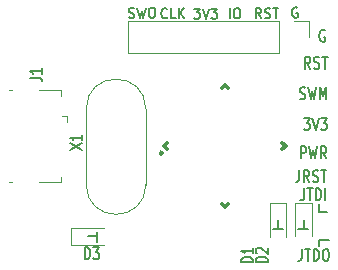
<source format=gto>
%TF.GenerationSoftware,KiCad,Pcbnew,4.0.7*%
%TF.CreationDate,2017-11-19T11:54:36+08:00*%
%TF.ProjectId,ST-Link V2.1,53542D4C696E6B2056322E312E6B6963,rev?*%
%TF.FileFunction,Legend,Top*%
%FSLAX46Y46*%
G04 Gerber Fmt 4.6, Leading zero omitted, Abs format (unit mm)*
G04 Created by KiCad (PCBNEW 4.0.7) date 11/19/17 11:54:36*
%MOMM*%
%LPD*%
G01*
G04 APERTURE LIST*
%ADD10C,0.100000*%
%ADD11C,0.200000*%
%ADD12C,0.120000*%
%ADD13C,0.150000*%
%ADD14C,0.300000*%
G04 APERTURE END LIST*
D10*
D11*
X145700000Y-115000000D02*
X146400000Y-115000000D01*
X145700000Y-114300000D02*
X145700000Y-115000000D01*
X145700000Y-117400000D02*
X146500000Y-117400000D01*
X145700000Y-117900000D02*
X145700000Y-117400000D01*
X132823810Y-98528571D02*
X132785715Y-98569048D01*
X132671429Y-98609524D01*
X132595239Y-98609524D01*
X132480953Y-98569048D01*
X132404762Y-98488095D01*
X132366667Y-98407143D01*
X132328572Y-98245238D01*
X132328572Y-98123810D01*
X132366667Y-97961905D01*
X132404762Y-97880952D01*
X132480953Y-97800000D01*
X132595239Y-97759524D01*
X132671429Y-97759524D01*
X132785715Y-97800000D01*
X132823810Y-97840476D01*
X133547620Y-98609524D02*
X133166667Y-98609524D01*
X133166667Y-97759524D01*
X133814286Y-98609524D02*
X133814286Y-97759524D01*
X134271429Y-98609524D02*
X133928572Y-98123810D01*
X134271429Y-97759524D02*
X133814286Y-98245238D01*
X129595238Y-98519048D02*
X129709524Y-98559524D01*
X129900000Y-98559524D01*
X129976190Y-98519048D01*
X130014286Y-98478571D01*
X130052381Y-98397619D01*
X130052381Y-98316667D01*
X130014286Y-98235714D01*
X129976190Y-98195238D01*
X129900000Y-98154762D01*
X129747619Y-98114286D01*
X129671428Y-98073810D01*
X129633333Y-98033333D01*
X129595238Y-97952381D01*
X129595238Y-97871429D01*
X129633333Y-97790476D01*
X129671428Y-97750000D01*
X129747619Y-97709524D01*
X129938095Y-97709524D01*
X130052381Y-97750000D01*
X130319048Y-97709524D02*
X130509524Y-98559524D01*
X130661905Y-97952381D01*
X130814286Y-98559524D01*
X131004762Y-97709524D01*
X131461905Y-97709524D02*
X131614286Y-97709524D01*
X131690477Y-97750000D01*
X131766667Y-97830952D01*
X131804762Y-97992857D01*
X131804762Y-98276190D01*
X131766667Y-98438095D01*
X131690477Y-98519048D01*
X131614286Y-98559524D01*
X131461905Y-98559524D01*
X131385715Y-98519048D01*
X131309524Y-98438095D01*
X131271429Y-98276190D01*
X131271429Y-97992857D01*
X131309524Y-97830952D01*
X131385715Y-97750000D01*
X131461905Y-97709524D01*
X135109524Y-97784524D02*
X135604762Y-97784524D01*
X135338095Y-98108333D01*
X135452381Y-98108333D01*
X135528571Y-98148810D01*
X135566667Y-98189286D01*
X135604762Y-98270238D01*
X135604762Y-98472619D01*
X135566667Y-98553571D01*
X135528571Y-98594048D01*
X135452381Y-98634524D01*
X135223809Y-98634524D01*
X135147619Y-98594048D01*
X135109524Y-98553571D01*
X135833333Y-97784524D02*
X136100000Y-98634524D01*
X136366667Y-97784524D01*
X136557143Y-97784524D02*
X137052381Y-97784524D01*
X136785714Y-98108333D01*
X136900000Y-98108333D01*
X136976190Y-98148810D01*
X137014286Y-98189286D01*
X137052381Y-98270238D01*
X137052381Y-98472619D01*
X137014286Y-98553571D01*
X136976190Y-98594048D01*
X136900000Y-98634524D01*
X136671428Y-98634524D01*
X136595238Y-98594048D01*
X136557143Y-98553571D01*
X138130953Y-98609524D02*
X138130953Y-97759524D01*
X138664286Y-97759524D02*
X138816667Y-97759524D01*
X138892858Y-97800000D01*
X138969048Y-97880952D01*
X139007143Y-98042857D01*
X139007143Y-98326190D01*
X138969048Y-98488095D01*
X138892858Y-98569048D01*
X138816667Y-98609524D01*
X138664286Y-98609524D01*
X138588096Y-98569048D01*
X138511905Y-98488095D01*
X138473810Y-98326190D01*
X138473810Y-98042857D01*
X138511905Y-97880952D01*
X138588096Y-97800000D01*
X138664286Y-97759524D01*
X140786905Y-98584524D02*
X140520238Y-98179762D01*
X140329762Y-98584524D02*
X140329762Y-97734524D01*
X140634524Y-97734524D01*
X140710715Y-97775000D01*
X140748810Y-97815476D01*
X140786905Y-97896429D01*
X140786905Y-98017857D01*
X140748810Y-98098810D01*
X140710715Y-98139286D01*
X140634524Y-98179762D01*
X140329762Y-98179762D01*
X141091667Y-98544048D02*
X141205953Y-98584524D01*
X141396429Y-98584524D01*
X141472619Y-98544048D01*
X141510715Y-98503571D01*
X141548810Y-98422619D01*
X141548810Y-98341667D01*
X141510715Y-98260714D01*
X141472619Y-98220238D01*
X141396429Y-98179762D01*
X141244048Y-98139286D01*
X141167857Y-98098810D01*
X141129762Y-98058333D01*
X141091667Y-97977381D01*
X141091667Y-97896429D01*
X141129762Y-97815476D01*
X141167857Y-97775000D01*
X141244048Y-97734524D01*
X141434524Y-97734524D01*
X141548810Y-97775000D01*
X141777381Y-97734524D02*
X142234524Y-97734524D01*
X142005953Y-98584524D02*
X142005953Y-97734524D01*
X143834524Y-97725000D02*
X143758333Y-97684524D01*
X143644048Y-97684524D01*
X143529762Y-97725000D01*
X143453571Y-97805952D01*
X143415476Y-97886905D01*
X143377381Y-98048810D01*
X143377381Y-98170238D01*
X143415476Y-98332143D01*
X143453571Y-98413095D01*
X143529762Y-98494048D01*
X143644048Y-98534524D01*
X143720238Y-98534524D01*
X143834524Y-98494048D01*
X143872619Y-98453571D01*
X143872619Y-98170238D01*
X143720238Y-98170238D01*
X146184524Y-99625000D02*
X146108333Y-99577381D01*
X145994048Y-99577381D01*
X145879762Y-99625000D01*
X145803571Y-99720238D01*
X145765476Y-99815476D01*
X145727381Y-100005952D01*
X145727381Y-100148810D01*
X145765476Y-100339286D01*
X145803571Y-100434524D01*
X145879762Y-100529762D01*
X145994048Y-100577381D01*
X146070238Y-100577381D01*
X146184524Y-100529762D01*
X146222619Y-100482143D01*
X146222619Y-100148810D01*
X146070238Y-100148810D01*
X144240477Y-118152381D02*
X144240477Y-118866667D01*
X144202381Y-119009524D01*
X144126191Y-119104762D01*
X144011905Y-119152381D01*
X143935715Y-119152381D01*
X144507143Y-118152381D02*
X144964286Y-118152381D01*
X144735715Y-119152381D02*
X144735715Y-118152381D01*
X145230953Y-119152381D02*
X145230953Y-118152381D01*
X145421429Y-118152381D01*
X145535715Y-118200000D01*
X145611906Y-118295238D01*
X145650001Y-118390476D01*
X145688096Y-118580952D01*
X145688096Y-118723810D01*
X145650001Y-118914286D01*
X145611906Y-119009524D01*
X145535715Y-119104762D01*
X145421429Y-119152381D01*
X145230953Y-119152381D01*
X146183334Y-118152381D02*
X146335715Y-118152381D01*
X146411906Y-118200000D01*
X146488096Y-118295238D01*
X146526191Y-118485714D01*
X146526191Y-118819048D01*
X146488096Y-119009524D01*
X146411906Y-119104762D01*
X146335715Y-119152381D01*
X146183334Y-119152381D01*
X146107144Y-119104762D01*
X146030953Y-119009524D01*
X145992858Y-118819048D01*
X145992858Y-118485714D01*
X146030953Y-118295238D01*
X146107144Y-118200000D01*
X146183334Y-118152381D01*
X144419048Y-113002381D02*
X144419048Y-113716667D01*
X144380952Y-113859524D01*
X144304762Y-113954762D01*
X144190476Y-114002381D01*
X144114286Y-114002381D01*
X144685714Y-113002381D02*
X145142857Y-113002381D01*
X144914286Y-114002381D02*
X144914286Y-113002381D01*
X145409524Y-114002381D02*
X145409524Y-113002381D01*
X145600000Y-113002381D01*
X145714286Y-113050000D01*
X145790477Y-113145238D01*
X145828572Y-113240476D01*
X145866667Y-113430952D01*
X145866667Y-113573810D01*
X145828572Y-113764286D01*
X145790477Y-113859524D01*
X145714286Y-113954762D01*
X145600000Y-114002381D01*
X145409524Y-114002381D01*
X146209524Y-114002381D02*
X146209524Y-113002381D01*
X144028572Y-111452381D02*
X144028572Y-112166667D01*
X143990476Y-112309524D01*
X143914286Y-112404762D01*
X143800000Y-112452381D01*
X143723810Y-112452381D01*
X144866667Y-112452381D02*
X144600000Y-111976190D01*
X144409524Y-112452381D02*
X144409524Y-111452381D01*
X144714286Y-111452381D01*
X144790477Y-111500000D01*
X144828572Y-111547619D01*
X144866667Y-111642857D01*
X144866667Y-111785714D01*
X144828572Y-111880952D01*
X144790477Y-111928571D01*
X144714286Y-111976190D01*
X144409524Y-111976190D01*
X145171429Y-112404762D02*
X145285715Y-112452381D01*
X145476191Y-112452381D01*
X145552381Y-112404762D01*
X145590477Y-112357143D01*
X145628572Y-112261905D01*
X145628572Y-112166667D01*
X145590477Y-112071429D01*
X145552381Y-112023810D01*
X145476191Y-111976190D01*
X145323810Y-111928571D01*
X145247619Y-111880952D01*
X145209524Y-111833333D01*
X145171429Y-111738095D01*
X145171429Y-111642857D01*
X145209524Y-111547619D01*
X145247619Y-111500000D01*
X145323810Y-111452381D01*
X145514286Y-111452381D01*
X145628572Y-111500000D01*
X145857143Y-111452381D02*
X146314286Y-111452381D01*
X146085715Y-112452381D02*
X146085715Y-111452381D01*
X144133333Y-110452381D02*
X144133333Y-109452381D01*
X144438095Y-109452381D01*
X144514286Y-109500000D01*
X144552381Y-109547619D01*
X144590476Y-109642857D01*
X144590476Y-109785714D01*
X144552381Y-109880952D01*
X144514286Y-109928571D01*
X144438095Y-109976190D01*
X144133333Y-109976190D01*
X144857143Y-109452381D02*
X145047619Y-110452381D01*
X145200000Y-109738095D01*
X145352381Y-110452381D01*
X145542857Y-109452381D01*
X146304762Y-110452381D02*
X146038095Y-109976190D01*
X145847619Y-110452381D02*
X145847619Y-109452381D01*
X146152381Y-109452381D01*
X146228572Y-109500000D01*
X146266667Y-109547619D01*
X146304762Y-109642857D01*
X146304762Y-109785714D01*
X146266667Y-109880952D01*
X146228572Y-109928571D01*
X146152381Y-109976190D01*
X145847619Y-109976190D01*
X144409524Y-107052381D02*
X144904762Y-107052381D01*
X144638095Y-107433333D01*
X144752381Y-107433333D01*
X144828571Y-107480952D01*
X144866667Y-107528571D01*
X144904762Y-107623810D01*
X144904762Y-107861905D01*
X144866667Y-107957143D01*
X144828571Y-108004762D01*
X144752381Y-108052381D01*
X144523809Y-108052381D01*
X144447619Y-108004762D01*
X144409524Y-107957143D01*
X145133333Y-107052381D02*
X145400000Y-108052381D01*
X145666667Y-107052381D01*
X145857143Y-107052381D02*
X146352381Y-107052381D01*
X146085714Y-107433333D01*
X146200000Y-107433333D01*
X146276190Y-107480952D01*
X146314286Y-107528571D01*
X146352381Y-107623810D01*
X146352381Y-107861905D01*
X146314286Y-107957143D01*
X146276190Y-108004762D01*
X146200000Y-108052381D01*
X145971428Y-108052381D01*
X145895238Y-108004762D01*
X145857143Y-107957143D01*
X144057143Y-105404762D02*
X144171429Y-105452381D01*
X144361905Y-105452381D01*
X144438095Y-105404762D01*
X144476191Y-105357143D01*
X144514286Y-105261905D01*
X144514286Y-105166667D01*
X144476191Y-105071429D01*
X144438095Y-105023810D01*
X144361905Y-104976190D01*
X144209524Y-104928571D01*
X144133333Y-104880952D01*
X144095238Y-104833333D01*
X144057143Y-104738095D01*
X144057143Y-104642857D01*
X144095238Y-104547619D01*
X144133333Y-104500000D01*
X144209524Y-104452381D01*
X144400000Y-104452381D01*
X144514286Y-104500000D01*
X144780953Y-104452381D02*
X144971429Y-105452381D01*
X145123810Y-104738095D01*
X145276191Y-105452381D01*
X145466667Y-104452381D01*
X145771429Y-105452381D02*
X145771429Y-104452381D01*
X146038096Y-105166667D01*
X146304763Y-104452381D01*
X146304763Y-105452381D01*
X144961905Y-102852381D02*
X144695238Y-102376190D01*
X144504762Y-102852381D02*
X144504762Y-101852381D01*
X144809524Y-101852381D01*
X144885715Y-101900000D01*
X144923810Y-101947619D01*
X144961905Y-102042857D01*
X144961905Y-102185714D01*
X144923810Y-102280952D01*
X144885715Y-102328571D01*
X144809524Y-102376190D01*
X144504762Y-102376190D01*
X145266667Y-102804762D02*
X145380953Y-102852381D01*
X145571429Y-102852381D01*
X145647619Y-102804762D01*
X145685715Y-102757143D01*
X145723810Y-102661905D01*
X145723810Y-102566667D01*
X145685715Y-102471429D01*
X145647619Y-102423810D01*
X145571429Y-102376190D01*
X145419048Y-102328571D01*
X145342857Y-102280952D01*
X145304762Y-102233333D01*
X145266667Y-102138095D01*
X145266667Y-102042857D01*
X145304762Y-101947619D01*
X145342857Y-101900000D01*
X145419048Y-101852381D01*
X145609524Y-101852381D01*
X145723810Y-101900000D01*
X145952381Y-101852381D02*
X146409524Y-101852381D01*
X146180953Y-102852381D02*
X146180953Y-101852381D01*
D12*
X123820200Y-104700000D02*
X123820200Y-105150000D01*
X121970200Y-104700000D02*
X123820200Y-104700000D01*
X119420200Y-112500000D02*
X119670200Y-112500000D01*
X119420200Y-104700000D02*
X119670200Y-104700000D01*
X121970200Y-112500000D02*
X123820200Y-112500000D01*
X123820200Y-112500000D02*
X123820200Y-112050000D01*
X124370200Y-106900000D02*
X124370200Y-107350000D01*
X124370200Y-106900000D02*
X123920200Y-106900000D01*
X142265400Y-98847600D02*
X129505400Y-98847600D01*
X129505400Y-98847600D02*
X129505400Y-101507600D01*
X129505400Y-101507600D02*
X142265400Y-101507600D01*
X142265400Y-101507600D02*
X142265400Y-98847600D01*
X143535400Y-98847600D02*
X144865400Y-98847600D01*
X144865400Y-98847600D02*
X144865400Y-100177600D01*
X125973600Y-112672400D02*
X125973600Y-106272400D01*
X131023600Y-112672400D02*
X131023600Y-106272400D01*
X131023600Y-112672400D02*
G75*
G02X125973600Y-112672400I-2525000J0D01*
G01*
X131023600Y-106272400D02*
G75*
G03X125973600Y-106272400I-2525000J0D01*
G01*
D13*
X126092000Y-117068600D02*
X126862000Y-117068600D01*
X126862000Y-116668600D02*
X126862000Y-117498600D01*
D12*
X124692000Y-116368600D02*
X124692000Y-117768600D01*
X124692000Y-117768600D02*
X127492000Y-117768600D01*
X124692000Y-116368600D02*
X127492000Y-116368600D01*
D13*
X144380912Y-115656150D02*
X144380912Y-116426150D01*
X144780912Y-116426150D02*
X143950912Y-116426150D01*
D12*
X145080912Y-114256150D02*
X143680912Y-114256150D01*
X143680912Y-114256150D02*
X143680912Y-117056150D01*
X145080912Y-114256150D02*
X145080912Y-117056150D01*
D13*
X142223600Y-115677000D02*
X142223600Y-116447000D01*
X142623600Y-116447000D02*
X141793600Y-116447000D01*
D12*
X142923600Y-114277000D02*
X141523600Y-114277000D01*
X141523600Y-114277000D02*
X141523600Y-117077000D01*
X142923600Y-114277000D02*
X142923600Y-117077000D01*
D14*
X137716194Y-114579587D02*
X137433351Y-114296744D01*
X137716194Y-114579587D02*
X137999037Y-114296744D01*
X132554314Y-109417707D02*
X132837157Y-109700550D01*
X132554314Y-109417707D02*
X132837157Y-109134864D01*
X142878074Y-109417707D02*
X142595231Y-109700550D01*
X142878074Y-109417707D02*
X142595231Y-109134864D01*
X137716194Y-104255827D02*
X137433351Y-104538670D01*
X137716194Y-104255827D02*
X137999037Y-104538670D01*
X132400842Y-109997535D02*
G75*
G03X132400842Y-109997535I-72802J0D01*
G01*
D11*
X121192381Y-103626666D02*
X121906667Y-103626666D01*
X122049524Y-103664762D01*
X122144762Y-103740952D01*
X122192381Y-103855238D01*
X122192381Y-103931428D01*
X122192381Y-102826666D02*
X122192381Y-103283809D01*
X122192381Y-103055238D02*
X121192381Y-103055238D01*
X121335238Y-103131428D01*
X121430476Y-103207619D01*
X121478095Y-103283809D01*
X124582381Y-109727619D02*
X125582381Y-109194286D01*
X124582381Y-109194286D02*
X125582381Y-109727619D01*
X125582381Y-108470476D02*
X125582381Y-108927619D01*
X125582381Y-108699048D02*
X124582381Y-108699048D01*
X124725238Y-108775238D01*
X124820476Y-108851429D01*
X124868095Y-108927619D01*
X125859524Y-119002381D02*
X125859524Y-118002381D01*
X126050000Y-118002381D01*
X126164286Y-118050000D01*
X126240477Y-118145238D01*
X126278572Y-118240476D01*
X126316667Y-118430952D01*
X126316667Y-118573810D01*
X126278572Y-118764286D01*
X126240477Y-118859524D01*
X126164286Y-118954762D01*
X126050000Y-119002381D01*
X125859524Y-119002381D01*
X126583334Y-118002381D02*
X127078572Y-118002381D01*
X126811905Y-118383333D01*
X126926191Y-118383333D01*
X127002381Y-118430952D01*
X127040477Y-118478571D01*
X127078572Y-118573810D01*
X127078572Y-118811905D01*
X127040477Y-118907143D01*
X127002381Y-118954762D01*
X126926191Y-119002381D01*
X126697619Y-119002381D01*
X126621429Y-118954762D01*
X126583334Y-118907143D01*
X141327381Y-119240476D02*
X140327381Y-119240476D01*
X140327381Y-119050000D01*
X140375000Y-118935714D01*
X140470238Y-118859523D01*
X140565476Y-118821428D01*
X140755952Y-118783333D01*
X140898810Y-118783333D01*
X141089286Y-118821428D01*
X141184524Y-118859523D01*
X141279762Y-118935714D01*
X141327381Y-119050000D01*
X141327381Y-119240476D01*
X140422619Y-118478571D02*
X140375000Y-118440476D01*
X140327381Y-118364285D01*
X140327381Y-118173809D01*
X140375000Y-118097619D01*
X140422619Y-118059523D01*
X140517857Y-118021428D01*
X140613095Y-118021428D01*
X140755952Y-118059523D01*
X141327381Y-118516666D01*
X141327381Y-118021428D01*
X140102381Y-119265476D02*
X139102381Y-119265476D01*
X139102381Y-119075000D01*
X139150000Y-118960714D01*
X139245238Y-118884523D01*
X139340476Y-118846428D01*
X139530952Y-118808333D01*
X139673810Y-118808333D01*
X139864286Y-118846428D01*
X139959524Y-118884523D01*
X140054762Y-118960714D01*
X140102381Y-119075000D01*
X140102381Y-119265476D01*
X140102381Y-118046428D02*
X140102381Y-118503571D01*
X140102381Y-118275000D02*
X139102381Y-118275000D01*
X139245238Y-118351190D01*
X139340476Y-118427381D01*
X139388095Y-118503571D01*
M02*

</source>
